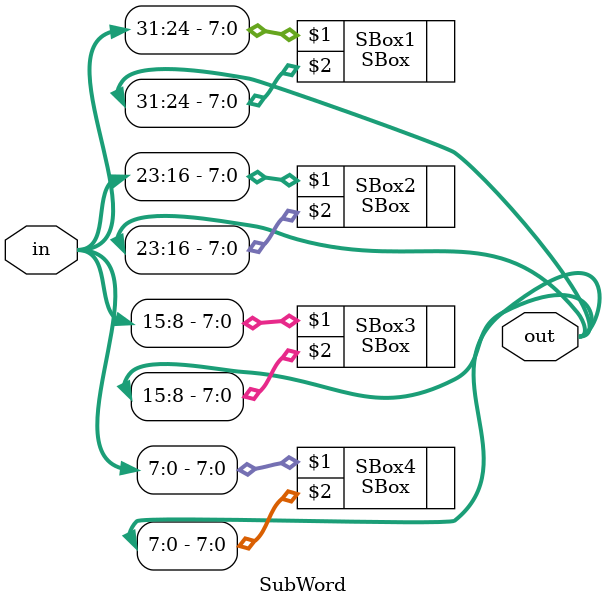
<source format=v>

`default_nettype none
module SubWord
(
  input  wire  [  31:0] in,
  output  wire [  31:0] out
);

	SBox SBox1 (in[31:24], out[31:24]);
	SBox SBox2 (in[23:16], out[23:16]);
	SBox SBox3 (in[15:8],  out[15:8] );
	SBox SBox4 (in[7:0],   out[7:0]  );
endmodule 


</source>
